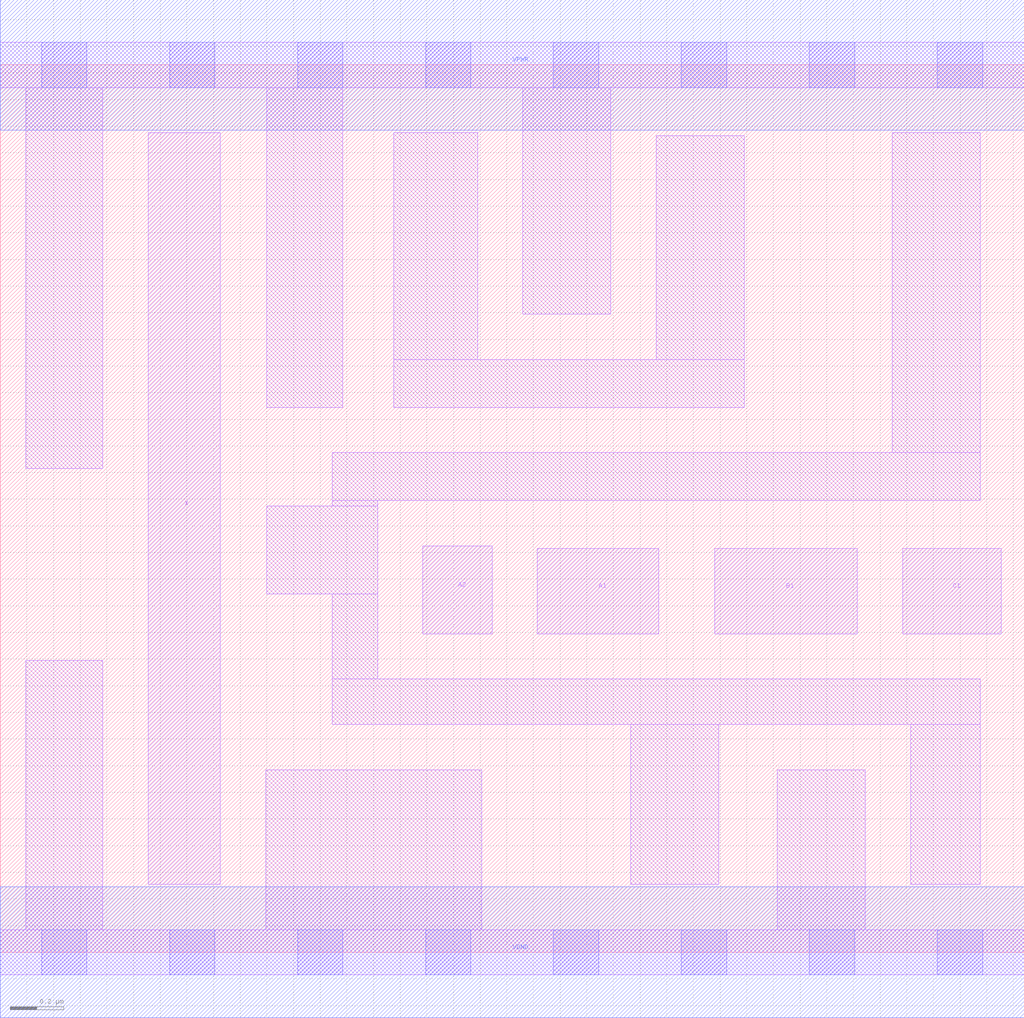
<source format=lef>
# Copyright 2020 The SkyWater PDK Authors
#
# Licensed under the Apache License, Version 2.0 (the "License");
# you may not use this file except in compliance with the License.
# You may obtain a copy of the License at
#
#     https://www.apache.org/licenses/LICENSE-2.0
#
# Unless required by applicable law or agreed to in writing, software
# distributed under the License is distributed on an "AS IS" BASIS,
# WITHOUT WARRANTIES OR CONDITIONS OF ANY KIND, either express or implied.
# See the License for the specific language governing permissions and
# limitations under the License.
#
# SPDX-License-Identifier: Apache-2.0

VERSION 5.7 ;
  NAMESCASESENSITIVE ON ;
  NOWIREEXTENSIONATPIN ON ;
  DIVIDERCHAR "/" ;
  BUSBITCHARS "[]" ;
UNITS
  DATABASE MICRONS 200 ;
END UNITS
MACRO sky130_fd_sc_lp__a211o_2
  CLASS CORE ;
  FOREIGN sky130_fd_sc_lp__a211o_2 ;
  ORIGIN  0.000000  0.000000 ;
  SIZE  3.840000 BY  3.330000 ;
  SYMMETRY X Y R90 ;
  SITE unit ;
  PIN A1
    ANTENNAGATEAREA  0.315000 ;
    DIRECTION INPUT ;
    USE SIGNAL ;
    PORT
      LAYER li1 ;
        RECT 2.015000 1.195000 2.470000 1.515000 ;
    END
  END A1
  PIN A2
    ANTENNAGATEAREA  0.315000 ;
    DIRECTION INPUT ;
    USE SIGNAL ;
    PORT
      LAYER li1 ;
        RECT 1.585000 1.195000 1.845000 1.525000 ;
    END
  END A2
  PIN B1
    ANTENNAGATEAREA  0.315000 ;
    DIRECTION INPUT ;
    USE SIGNAL ;
    PORT
      LAYER li1 ;
        RECT 2.680000 1.195000 3.215000 1.515000 ;
    END
  END B1
  PIN C1
    ANTENNAGATEAREA  0.315000 ;
    DIRECTION INPUT ;
    USE SIGNAL ;
    PORT
      LAYER li1 ;
        RECT 3.385000 1.195000 3.755000 1.515000 ;
    END
  END C1
  PIN X
    ANTENNADIFFAREA  0.588000 ;
    DIRECTION OUTPUT ;
    USE SIGNAL ;
    PORT
      LAYER li1 ;
        RECT 0.555000 0.255000 0.825000 3.075000 ;
    END
  END X
  PIN VGND
    DIRECTION INOUT ;
    USE GROUND ;
    PORT
      LAYER met1 ;
        RECT 0.000000 -0.245000 3.840000 0.245000 ;
    END
  END VGND
  PIN VPWR
    DIRECTION INOUT ;
    USE POWER ;
    PORT
      LAYER met1 ;
        RECT 0.000000 3.085000 3.840000 3.575000 ;
    END
  END VPWR
  OBS
    LAYER li1 ;
      RECT 0.000000 -0.085000 3.840000 0.085000 ;
      RECT 0.000000  3.245000 3.840000 3.415000 ;
      RECT 0.095000  0.085000 0.385000 1.095000 ;
      RECT 0.095000  1.815000 0.385000 3.245000 ;
      RECT 0.995000  0.085000 1.805000 0.685000 ;
      RECT 1.000000  1.345000 1.415000 1.675000 ;
      RECT 1.000000  2.045000 1.285000 3.245000 ;
      RECT 1.245000  0.855000 3.675000 1.025000 ;
      RECT 1.245000  1.025000 1.415000 1.345000 ;
      RECT 1.245000  1.675000 1.415000 1.695000 ;
      RECT 1.245000  1.695000 3.675000 1.875000 ;
      RECT 1.475000  2.045000 2.790000 2.225000 ;
      RECT 1.475000  2.225000 1.790000 3.075000 ;
      RECT 1.960000  2.395000 2.290000 3.245000 ;
      RECT 2.365000  0.255000 2.695000 0.855000 ;
      RECT 2.460000  2.225000 2.790000 3.065000 ;
      RECT 2.915000  0.085000 3.245000 0.685000 ;
      RECT 3.345000  1.875000 3.675000 3.075000 ;
      RECT 3.415000  0.255000 3.675000 0.855000 ;
    LAYER mcon ;
      RECT 0.155000 -0.085000 0.325000 0.085000 ;
      RECT 0.155000  3.245000 0.325000 3.415000 ;
      RECT 0.635000 -0.085000 0.805000 0.085000 ;
      RECT 0.635000  3.245000 0.805000 3.415000 ;
      RECT 1.115000 -0.085000 1.285000 0.085000 ;
      RECT 1.115000  3.245000 1.285000 3.415000 ;
      RECT 1.595000 -0.085000 1.765000 0.085000 ;
      RECT 1.595000  3.245000 1.765000 3.415000 ;
      RECT 2.075000 -0.085000 2.245000 0.085000 ;
      RECT 2.075000  3.245000 2.245000 3.415000 ;
      RECT 2.555000 -0.085000 2.725000 0.085000 ;
      RECT 2.555000  3.245000 2.725000 3.415000 ;
      RECT 3.035000 -0.085000 3.205000 0.085000 ;
      RECT 3.035000  3.245000 3.205000 3.415000 ;
      RECT 3.515000 -0.085000 3.685000 0.085000 ;
      RECT 3.515000  3.245000 3.685000 3.415000 ;
  END
END sky130_fd_sc_lp__a211o_2
END LIBRARY

</source>
